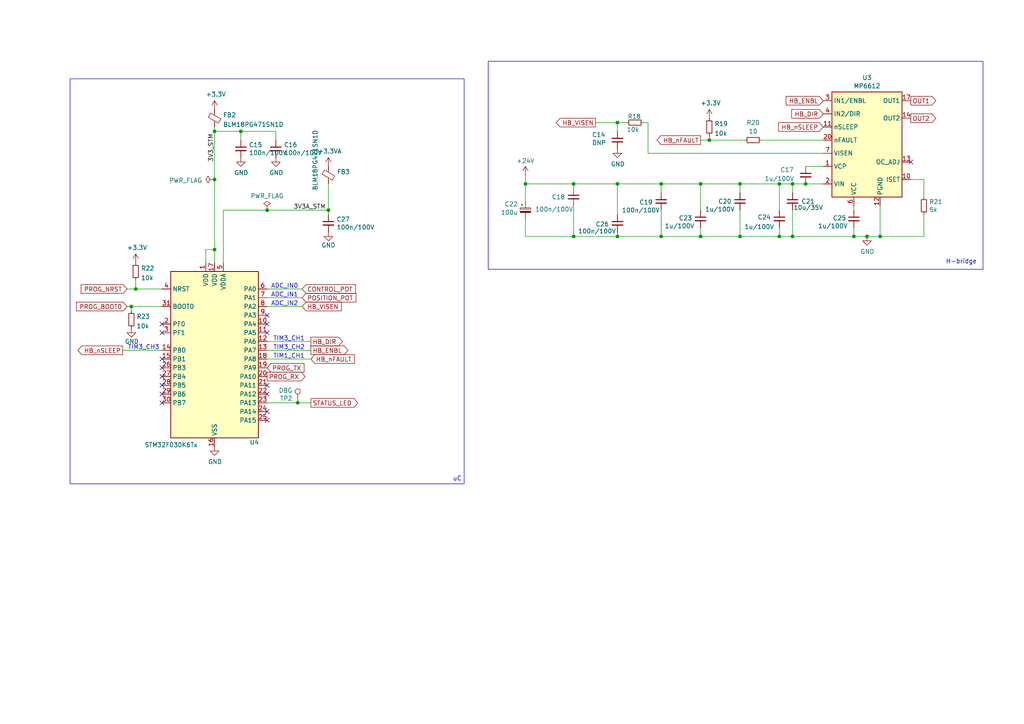
<source format=kicad_sch>
(kicad_sch (version 20250114) (generator "eeschema") (generator_version "9.0")
  (paper "A4")
  (lib_symbols
    (symbol "Connector:TestPoint" (pin_numbers (hide yes)) (pin_names (offset 0.762) (hide yes))
      (property "Reference" "TP" (at 0 6.858 0))
      (property "Value" "TestPoint" (at 0 5.08 0))
      (symbol "TestPoint_0_1"
        (circle (center 0 3.302) (radius 0.762))
      )
      (symbol "TestPoint_1_1"
        (pin passive line (at 0 0 90) (length 2.54) (name "1") (number "1"))
      )
    )
    (symbol "Device:C_Polarized_Small" (pin_numbers (hide yes)) (pin_names (offset 0.254) (hide yes))
      (property "Reference" "C" (at 0.254 1.778 0))
      (property "Value" "C_Polarized_Small" (at 0.254 -2.032 0))
      (symbol "C_Polarized_Small_0_1"
        (rectangle (start -1.524 0.6858) (end 1.524 0.3048))
        (rectangle (start -1.524 -0.3048) (end 1.524 -0.6858) (fill (type outline)))
        (polyline (pts (xy -1.27 1.524) (xy -0.762 1.524)))
        (polyline (pts (xy -1.016 1.27) (xy -1.016 1.778)))
      )
      (symbol "C_Polarized_Small_1_1"
        (pin passive line (at 0 2.54 270) (length 1.8542) (name "~") (number "1"))
        (pin passive line (at 0 -2.54 90) (length 1.8542) (name "~") (number "2"))
      )
    )
    (symbol "Device:C_Small" (pin_numbers (hide yes)) (pin_names (offset 0.254) (hide yes))
      (property "Reference" "C" (at 0.254 1.778 0))
      (property "Value" "C_Small" (at 0.254 -2.032 0))
      (symbol "C_Small_0_1"
        (polyline (pts (xy -1.524 0.508) (xy 1.524 0.508)) (stroke (width 0.3048)))
        (polyline (pts (xy -1.524 -0.508) (xy 1.524 -0.508)) (stroke (width 0.3302)))
      )
      (symbol "C_Small_1_1"
        (pin passive line (at 0 2.54 270) (length 2.032) (name "~") (number "1"))
        (pin passive line (at 0 -2.54 90) (length 2.032) (name "~") (number "2"))
      )
    )
    (symbol "Device:FerriteBead_Small" (pin_numbers (hide yes)) (pin_names (offset 0))
      (property "Reference" "FB" (at 1.905 1.27 0))
      (property "Value" "FerriteBead_Small" (at 1.905 -1.27 0))
      (symbol "FerriteBead_Small_0_1"
        (polyline (pts (xy -1.8288 0.2794) (xy -1.1176 1.4986) (xy 1.8288 -0.2032) (xy 1.1176 -1.4224) (xy -1.8288 0.2794)))
        (polyline (pts (xy 0 0.889) (xy 0 1.2954)))
        (polyline (pts (xy 0 -1.27) (xy 0 -0.7874)))
      )
      (symbol "FerriteBead_Small_1_1"
        (pin passive line (at 0 2.54 270) (length 1.27) (name "~") (number "1"))
        (pin passive line (at 0 -2.54 90) (length 1.27) (name "~") (number "2"))
      )
    )
    (symbol "Device:R_Small" (pin_numbers (hide yes)) (pin_names (offset 0.254) (hide yes))
      (property "Reference" "R" (at 0 0 90))
      (property "Value" "R_Small" (at 1.778 0 90))
      (symbol "R_Small_0_1"
        (rectangle (start -0.762 1.778) (end 0.762 -1.778) (stroke (width 0.2032)))
      )
      (symbol "R_Small_1_1"
        (pin passive line (at 0 2.54 270) (length 0.762) (name "~") (number "1"))
        (pin passive line (at 0 -2.54 90) (length 0.762) (name "~") (number "2"))
      )
    )
    (symbol "MCU_ST_STM32F0:STM32F030K6Tx"
      (property "Reference" "U" (at -12.7 26.67 0))
      (property "Value" "STM32F030K6Tx" (at 5.08 26.67 0))
      (symbol "STM32F030K6Tx_0_1"
        (rectangle (start -12.7 -22.86) (end 12.7 25.4) (stroke (width 0.254)) (fill (type background)))
      )
      (symbol "STM32F030K6Tx_1_1"
        (pin input line (at -15.24 20.32 0) (length 2.54) (name "NRST") (number "4"))
        (pin input line (at -15.24 15.24 0) (length 2.54) (name "BOOT0") (number "31"))
        (pin bidirectional line (at -15.24 10.16 0) (length 2.54) (name "PF0") (number "2"))
        (pin bidirectional line (at -15.24 7.62 0) (length 2.54) (name "PF1") (number "3"))
        (pin bidirectional line (at -15.24 2.54 0) (length 2.54) (name "PB0") (number "14"))
        (pin bidirectional line (at -15.24 0 0) (length 2.54) (name "PB1") (number "15"))
        (pin bidirectional line (at -15.24 -2.54 0) (length 2.54) (name "PB3") (number "26"))
        (pin bidirectional line (at -15.24 -5.08 0) (length 2.54) (name "PB4") (number "27"))
        (pin bidirectional line (at -15.24 -7.62 0) (length 2.54) (name "PB5") (number "28"))
        (pin bidirectional line (at -15.24 -10.16 0) (length 2.54) (name "PB6") (number "29"))
        (pin bidirectional line (at -15.24 -12.7 0) (length 2.54) (name "PB7") (number "30"))
        (pin power_in line (at -2.54 27.94 270) (length 2.54) (name "VDD") (number "1"))
        (pin power_in line (at 0 27.94 270) (length 2.54) (name "VDD") (number "17"))
        (pin power_in line (at 0 -25.4 90) (length 2.54) (name "VSS") (number "16"))
        (pin passive line (at 0 -25.4 90) (length 2.54) (hide yes) (name "VSS") (number "32"))
        (pin power_in line (at 2.54 27.94 270) (length 2.54) (name "VDDA") (number "5"))
        (pin bidirectional line (at 15.24 20.32 180) (length 2.54) (name "PA0") (number "6"))
        (pin bidirectional line (at 15.24 17.78 180) (length 2.54) (name "PA1") (number "7"))
        (pin bidirectional line (at 15.24 15.24 180) (length 2.54) (name "PA2") (number "8"))
        (pin bidirectional line (at 15.24 12.7 180) (length 2.54) (name "PA3") (number "9"))
        (pin bidirectional line (at 15.24 10.16 180) (length 2.54) (name "PA4") (number "10"))
        (pin bidirectional line (at 15.24 7.62 180) (length 2.54) (name "PA5") (number "11"))
        (pin bidirectional line (at 15.24 5.08 180) (length 2.54) (name "PA6") (number "12"))
        (pin bidirectional line (at 15.24 2.54 180) (length 2.54) (name "PA7") (number "13"))
        (pin bidirectional line (at 15.24 0 180) (length 2.54) (name "PA8") (number "18"))
        (pin bidirectional line (at 15.24 -2.54 180) (length 2.54) (name "PA9") (number "19"))
        (pin bidirectional line (at 15.24 -5.08 180) (length 2.54) (name "PA10") (number "20"))
        (pin bidirectional line (at 15.24 -7.62 180) (length 2.54) (name "PA11") (number "21"))
        (pin bidirectional line (at 15.24 -10.16 180) (length 2.54) (name "PA12") (number "22"))
        (pin bidirectional line (at 15.24 -12.7 180) (length 2.54) (name "PA13") (number "23"))
        (pin bidirectional line (at 15.24 -15.24 180) (length 2.54) (name "PA14") (number "24"))
        (pin bidirectional line (at 15.24 -17.78 180) (length 2.54) (name "PA15") (number "25"))
      )
    )
    (symbol "monolithicpower:MP6612"
      (property "Reference" "U" (at 10.16 18.542 0))
      (property "Value" "MP6612" (at 16.256 16.764 0))
      (symbol "MP6612_0_1"
        (rectangle (start -10.16 15.24) (end 10.16 -15.24) (stroke (width 0.254)) (fill (type background)))
      )
      (symbol "MP6612_1_1"
        (pin input line (at -12.7 12.7 0) (length 2.54) (name "IN1/ENBL") (number "3"))
        (pin input line (at -12.7 8.89 0) (length 2.54) (name "IN2/DIR") (number "4"))
        (pin input line (at -12.7 5.08 0) (length 2.54) (name "nSLEEP") (number "11"))
        (pin output line (at -12.7 1.27 0) (length 2.54) (name "nFAULT") (number "20"))
        (pin output line (at -12.7 -2.54 0) (length 2.54) (name "VISEN") (number "7"))
        (pin input line (at -12.7 -6.35 0) (length 2.54) (name "VCP") (number "1"))
        (pin power_in line (at -12.7 -11.43 0) (length 2.54) (name "VIN") (number "2"))
        (pin passive line (at -12.7 -11.43 0) (length 2.54) (hide yes) (name "VIN") (number "5"))
        (pin passive line (at -12.7 -11.43 0) (length 2.54) (hide yes) (name "VIN") (number "9"))
        (pin input line (at -3.81 -17.78 90) (length 2.54) (name "VCC") (number "6"))
        (pin power_in line (at 3.81 -17.78 90) (length 2.54) (name "PGND") (number "12"))
        (pin passive line (at 3.81 -17.78 90) (length 2.54) (hide yes) (name "PGND") (number "16"))
        (pin passive line (at 3.81 -17.78 90) (length 2.54) (hide yes) (name "PGND") (number "19"))
        (pin passive line (at 3.81 -17.78 90) (length 2.54) (hide yes) (name "PGND") (number "21"))
        (pin passive line (at 3.81 -17.78 90) (length 2.54) (hide yes) (name "AGND") (number "8"))
        (pin power_out line (at 12.7 12.7 180) (length 2.54) (name "OUT1") (number "17"))
        (pin power_out line (at 12.7 12.7 180) (length 2.54) (hide yes) (name "OUT1") (number "18"))
        (pin power_out line (at 12.7 7.62 180) (length 2.54) (name "OUT2") (number "14"))
        (pin power_out line (at 12.7 7.62 180) (length 2.54) (hide yes) (name "OUT2") (number "15"))
        (pin input line (at 12.7 -5.08 180) (length 2.54) (name "OC_ADJ") (number "13"))
        (pin input line (at 12.7 -10.16 180) (length 2.54) (name "ISET") (number "10"))
      )
    )
    (symbol "power:+24V" (power) (pin_numbers (hide yes)) (pin_names (offset 0) (hide yes))
      (property "Value" "+24V" (at 0 3.556 0))
      (symbol "+24V_0_1"
        (polyline (pts (xy -0.762 1.27) (xy 0 2.54)))
        (polyline (pts (xy 0 2.54) (xy 0.762 1.27)))
        (polyline (pts (xy 0 0) (xy 0 2.54)))
      )
      (symbol "+24V_1_1"
        (pin power_in line (at 0 0 90) (length 0) (name "~") (number "1"))
      )
    )
    (symbol "power:+3.3V" (power) (pin_numbers (hide yes)) (pin_names (offset 0) (hide yes))
      (property "Value" "+3.3V" (at 0 3.556 0))
      (symbol "+3.3V_0_1"
        (polyline (pts (xy -0.762 1.27) (xy 0 2.54)))
        (polyline (pts (xy 0 2.54) (xy 0.762 1.27)))
        (polyline (pts (xy 0 0) (xy 0 2.54)))
      )
      (symbol "+3.3V_1_1"
        (pin power_in line (at 0 0 90) (length 0) (name "~") (number "1"))
      )
    )
    (symbol "power:+3.3VA" (power) (pin_numbers (hide yes)) (pin_names (offset 0) (hide yes))
      (property "Value" "+3.3VA" (at 0 3.556 0))
      (symbol "+3.3VA_0_1"
        (polyline (pts (xy -0.762 1.27) (xy 0 2.54)))
        (polyline (pts (xy 0 2.54) (xy 0.762 1.27)))
        (polyline (pts (xy 0 0) (xy 0 2.54)))
      )
      (symbol "+3.3VA_1_1"
        (pin power_in line (at 0 0 90) (length 0) (name "~") (number "1"))
      )
    )
    (symbol "power:GND" (power) (pin_numbers (hide yes)) (pin_names (offset 0) (hide yes))
      (property "Value" "GND" (at 0 -3.81 0))
      (symbol "GND_0_1"
        (polyline (pts (xy 0 0) (xy 0 -1.27) (xy 1.27 -1.27) (xy 0 -2.54) (xy -1.27 -1.27) (xy 0 -1.27)))
      )
      (symbol "GND_1_1"
        (pin power_in line (at 0 0 270) (length 0) (name "~") (number "1"))
      )
    )
    (symbol "power:PWR_FLAG" (power) (pin_numbers (hide yes)) (pin_names (offset 0) (hide yes))
      (property "Value" "PWR_FLAG" (at 0 3.81 0))
      (symbol "PWR_FLAG_0_0"
        (pin power_out line (at 0 0 90) (length 0) (name "~") (number "1"))
      )
      (symbol "PWR_FLAG_0_1"
        (polyline (pts (xy 0 0) (xy 0 1.27) (xy -1.016 1.905) (xy 0 2.54) (xy 1.016 1.905) (xy 0 1.27)))
      )
    )
  )
  (rectangle (start 20.32 22.86) (end 134.62 140.335))
  (rectangle (start 141.605 17.78) (end 285.115 78.105))
  (text "H-bridge" (at 274.32 76.708 0) (effects (font (size 1.27 1.27)) (justify left bottom)))
  (text "TIM3_CH1" (at 83.82 98.298 0) (effects (font (size 1.27 1.27))))
  (text "TIM3_CH2" (at 83.82 100.838 0) (effects (font (size 1.27 1.27))))
  (text "TIM1_CH1" (at 83.82 103.378 0) (effects (font (size 1.27 1.27))))
  (text "ADC_IN1" (at 82.55 85.598 0) (effects (font (size 1.27 1.27))))
  (text "TIM3_CH3" (at 41.656 100.838 0) (effects (font (size 1.27 1.27))))
  (text "ADC_IN0" (at 82.55 83.058 0) (effects (font (size 1.27 1.27))))
  (text "ADC_IN2" (at 82.55 88.138 0) (effects (font (size 1.27 1.27))))
  (text "uC" (at 131.318 139.7 0) (effects (font (size 1.27 1.27)) (justify left bottom)))
  (junction (at 226.06 68.58))
  (junction (at 251.46 68.58))
  (junction (at 203.2 53.34))
  (junction (at 62.23 52.07))
  (junction (at 166.37 53.34))
  (junction (at 179.07 53.34))
  (junction (at 179.07 68.58))
  (junction (at 226.06 53.34))
  (junction (at 95.25 60.96))
  (junction (at 191.77 53.34))
  (junction (at 247.65 68.58))
  (junction (at 205.74 40.64))
  (junction (at 152.4 53.34))
  (junction (at 203.2 68.58))
  (junction (at 214.63 68.58))
  (junction (at 233.68 53.34))
  (junction (at 214.63 53.34))
  (junction (at 166.37 68.58))
  (junction (at 229.87 53.34))
  (junction (at 38.1 88.9))
  (junction (at 77.47 60.96))
  (junction (at 229.87 68.58))
  (junction (at 62.23 72.39))
  (junction (at 191.77 68.58))
  (junction (at 69.85 38.1))
  (junction (at 62.23 38.1))
  (junction (at 39.37 83.82))
  (junction (at 255.27 68.58))
  (junction (at 86.36 116.84))
  (junction (at 179.07 35.56))
  (no_connect (at 46.99 109.22))
  (no_connect (at 77.47 93.98))
  (no_connect (at 77.47 96.52))
  (no_connect (at 77.47 91.44))
  (no_connect (at 77.47 111.76))
  (no_connect (at 77.47 121.92))
  (no_connect (at 46.99 116.84))
  (no_connect (at 46.99 106.68))
  (no_connect (at 46.99 111.76))
  (no_connect (at 46.99 114.3))
  (no_connect (at 46.99 93.98))
  (no_connect (at 46.99 96.52))
  (no_connect (at 264.16 46.99))
  (no_connect (at 77.47 119.38))
  (no_connect (at 46.99 104.14))
  (no_connect (at 77.47 114.3))
  (wire (pts (xy 205.74 39.37) (xy 205.74 40.64)))
  (wire (pts (xy 229.87 53.34) (xy 233.68 53.34)))
  (wire (pts (xy 229.87 53.34) (xy 229.87 55.88)))
  (wire (pts (xy 220.98 40.64) (xy 238.76 40.64)))
  (wire (pts (xy 191.77 68.58) (xy 203.2 68.58)))
  (wire (pts (xy 77.47 86.36) (xy 87.63 86.36)))
  (wire (pts (xy 166.37 68.58) (xy 179.07 68.58)))
  (wire (pts (xy 214.63 60.96) (xy 214.63 68.58)))
  (wire (pts (xy 191.77 53.34) (xy 191.77 55.88)))
  (wire (pts (xy 59.69 72.39) (xy 62.23 72.39)))
  (wire (pts (xy 39.37 81.28) (xy 39.37 83.82)))
  (wire (pts (xy 152.4 50.8) (xy 152.4 53.34)))
  (wire (pts (xy 226.06 53.34) (xy 226.06 60.96)))
  (wire (pts (xy 179.07 53.34) (xy 191.77 53.34)))
  (wire (pts (xy 214.63 53.34) (xy 226.06 53.34)))
  (wire (pts (xy 226.06 68.58) (xy 229.87 68.58)))
  (wire (pts (xy 203.2 53.34) (xy 214.63 53.34)))
  (wire (pts (xy 95.25 53.34) (xy 95.25 60.96)))
  (wire (pts (xy 214.63 53.34) (xy 214.63 55.88)))
  (wire (pts (xy 247.65 68.58) (xy 251.46 68.58)))
  (wire (pts (xy 187.96 44.45) (xy 238.76 44.45)))
  (wire (pts (xy 179.07 35.56) (xy 179.07 38.1)))
  (wire (pts (xy 38.1 88.9) (xy 46.99 88.9)))
  (wire (pts (xy 77.47 116.84) (xy 86.36 116.84)))
  (wire (pts (xy 179.07 35.56) (xy 181.61 35.56)))
  (wire (pts (xy 86.36 116.84) (xy 90.17 116.84)))
  (wire (pts (xy 191.77 53.34) (xy 203.2 53.34)))
  (wire (pts (xy 255.27 68.58) (xy 255.27 59.69)))
  (wire (pts (xy 226.06 53.34) (xy 229.87 53.34)))
  (wire (pts (xy 172.72 35.56) (xy 179.07 35.56)))
  (wire (pts (xy 166.37 53.34) (xy 152.4 53.34)))
  (wire (pts (xy 62.23 72.39) (xy 62.23 76.2)))
  (wire (pts (xy 38.1 90.17) (xy 38.1 88.9)))
  (wire (pts (xy 62.23 38.1) (xy 62.23 52.07)))
  (wire (pts (xy 214.63 68.58) (xy 226.06 68.58)))
  (wire (pts (xy 77.47 99.06) (xy 90.17 99.06)))
  (wire (pts (xy 64.77 60.96) (xy 64.77 76.2)))
  (wire (pts (xy 90.17 104.14) (xy 77.47 104.14)))
  (wire (pts (xy 39.37 83.82) (xy 46.99 83.82)))
  (wire (pts (xy 35.56 101.6) (xy 46.99 101.6)))
  (wire (pts (xy 267.97 62.23) (xy 267.97 68.58)))
  (wire (pts (xy 59.69 72.39) (xy 59.69 76.2)))
  (wire (pts (xy 226.06 66.04) (xy 226.06 68.58)))
  (wire (pts (xy 187.96 35.56) (xy 187.96 44.45)))
  (wire (pts (xy 179.07 67.31) (xy 179.07 68.58)))
  (wire (pts (xy 77.47 83.82) (xy 87.63 83.82)))
  (wire (pts (xy 95.25 60.96) (xy 95.25 62.23)))
  (wire (pts (xy 203.2 40.64) (xy 205.74 40.64)))
  (wire (pts (xy 62.23 38.1) (xy 69.85 38.1)))
  (wire (pts (xy 186.69 35.56) (xy 187.96 35.56)))
  (wire (pts (xy 36.83 83.82) (xy 39.37 83.82)))
  (wire (pts (xy 205.74 40.64) (xy 215.9 40.64)))
  (wire (pts (xy 152.4 53.34) (xy 152.4 58.42)))
  (wire (pts (xy 233.68 53.34) (xy 238.76 53.34)))
  (wire (pts (xy 166.37 59.69) (xy 166.37 68.58)))
  (wire (pts (xy 179.07 53.34) (xy 179.07 62.23)))
  (wire (pts (xy 229.87 68.58) (xy 247.65 68.58)))
  (wire (pts (xy 64.77 60.96) (xy 77.47 60.96)))
  (wire (pts (xy 229.87 60.96) (xy 229.87 68.58)))
  (wire (pts (xy 247.65 66.04) (xy 247.65 68.58)))
  (wire (pts (xy 152.4 68.58) (xy 166.37 68.58)))
  (wire (pts (xy 80.01 38.1) (xy 80.01 40.64)))
  (wire (pts (xy 203.2 66.04) (xy 203.2 68.58)))
  (wire (pts (xy 264.16 52.07) (xy 267.97 52.07)))
  (wire (pts (xy 191.77 60.96) (xy 191.77 68.58)))
  (wire (pts (xy 90.17 101.6) (xy 77.47 101.6)))
  (wire (pts (xy 203.2 53.34) (xy 203.2 60.96)))
  (wire (pts (xy 251.46 68.58) (xy 255.27 68.58)))
  (wire (pts (xy 77.47 60.96) (xy 95.25 60.96)))
  (wire (pts (xy 166.37 53.34) (xy 166.37 54.61)))
  (wire (pts (xy 69.85 38.1) (xy 69.85 40.64)))
  (wire (pts (xy 233.68 48.26) (xy 238.76 48.26)))
  (wire (pts (xy 203.2 68.58) (xy 214.63 68.58)))
  (wire (pts (xy 62.23 52.07) (xy 62.23 72.39)))
  (wire (pts (xy 152.4 63.5) (xy 152.4 68.58)))
  (wire (pts (xy 179.07 68.58) (xy 191.77 68.58)))
  (wire (pts (xy 247.65 59.69) (xy 247.65 60.96)))
  (wire (pts (xy 36.83 88.9) (xy 38.1 88.9)))
  (wire (pts (xy 69.85 38.1) (xy 80.01 38.1)))
  (wire (pts (xy 166.37 53.34) (xy 179.07 53.34)))
  (wire (pts (xy 267.97 52.07) (xy 267.97 57.15)))
  (wire (pts (xy 77.47 88.9) (xy 87.63 88.9)))
  (wire (pts (xy 62.23 38.1) (xy 62.23 36.83)))
  (wire (pts (xy 267.97 68.58) (xy 255.27 68.58)))
  (label "3V3A_STM" (at 85.09 60.96 0))
  (label "3V3_STM" (at 62.23 46.99 90))
  (global_label "HB_VISEN" (shape output) (at 172.72 35.56 180) (property "Intersheetrefs" "${INTERSHEET_REFS}" (effects (hide yes))))
  (global_label "HB_ENBL" (shape output) (at 90.17 101.6 0) (property "Intersheetrefs" "${INTERSHEET_REFS}" (effects (hide yes))))
  (global_label "HB_nSLEEP" (shape output) (at 35.56 101.6 180) (property "Intersheetrefs" "${INTERSHEET_REFS}" (effects (hide yes))))
  (global_label "HB_nFAULT" (shape output) (at 203.2 40.64 180) (property "Intersheetrefs" "${INTERSHEET_REFS}" (effects (hide yes))))
  (global_label "PROG_NRST" (shape input) (at 36.83 83.82 180) (property "Intersheetrefs" "${INTERSHEET_REFS}" (effects (hide yes))))
  (global_label "HB_nFAULT" (shape input) (at 90.17 104.14 0) (property "Intersheetrefs" "${INTERSHEET_REFS}" (effects (hide yes))))
  (global_label "POSITION_POT" (shape input) (at 87.63 86.36 0) (property "Intersheetrefs" "${INTERSHEET_REFS}" (effects (hide yes))))
  (global_label "PROG_RX" (shape output) (at 77.47 109.22 0) (property "Intersheetrefs" "${INTERSHEET_REFS}" (effects (hide yes))))
  (global_label "HB_nSLEEP" (shape input) (at 238.76 36.83 180) (property "Intersheetrefs" "${INTERSHEET_REFS}" (effects (hide yes))))
  (global_label "PROG_BOOT0" (shape input) (at 36.83 88.9 180) (property "Intersheetrefs" "${INTERSHEET_REFS}" (effects (hide yes))))
  (global_label "CONTROL_POT" (shape input) (at 87.63 83.82 0) (property "Intersheetrefs" "${INTERSHEET_REFS}" (effects (hide yes))))
  (global_label "HB_ENBL" (shape input) (at 238.76 29.21 180) (property "Intersheetrefs" "${INTERSHEET_REFS}" (effects (hide yes))))
  (global_label "HB_DIR" (shape input) (at 238.76 33.02 180) (property "Intersheetrefs" "${INTERSHEET_REFS}" (effects (hide yes))))
  (global_label "OUT2" (shape output) (at 264.16 34.29 0) (property "Intersheetrefs" "${INTERSHEET_REFS}" (effects (hide yes))))
  (global_label "STATUS_LED" (shape output) (at 90.17 116.84 0) (property "Intersheetrefs" "${INTERSHEET_REFS}" (effects (hide yes))))
  (global_label "PROG_TX" (shape input) (at 77.47 106.68 0) (property "Intersheetrefs" "${INTERSHEET_REFS}" (effects (hide yes))))
  (global_label "HB_VISEN" (shape input) (at 87.63 88.9 0) (property "Intersheetrefs" "${INTERSHEET_REFS}" (effects (hide yes))))
  (global_label "OUT1" (shape output) (at 264.16 29.21 0) (property "Intersheetrefs" "${INTERSHEET_REFS}" (effects (hide yes))))
  (global_label "HB_DIR" (shape output) (at 90.17 99.06 0) (property "Intersheetrefs" "${INTERSHEET_REFS}" (effects (hide yes))))
  (symbol (lib_id "Device:C_Small") (at 191.77 58.42 0) (unit 1)
    (property "Reference" "C19" (at 185.42 58.674 0) (effects (justify left)))
    (property "Value" "100n/100V" (at 180.34 60.96 0) (effects (justify left)))
    (property "Footprint" "Capacitor_SMD:C_0603_1608Metric_Pad1.08x0.95mm_HandSolder" (effects (hide yes)))
    (property "Description" "Unpolarized capacitor, small symbol" (effects (hide yes)))
  )
  (symbol (lib_id "Device:C_Small") (at 179.07 64.77 0) (unit 1)
    (property "Reference" "C26" (at 172.72 65.024 0) (effects (justify left)))
    (property "Value" "100n/100V" (at 167.64 67.056 0) (effects (justify left)))
    (property "Footprint" "Capacitor_SMD:C_0603_1608Metric_Pad1.08x0.95mm_HandSolder" (effects (hide yes)))
    (property "Description" "Unpolarized capacitor, small symbol" (effects (hide yes)))
  )
  (symbol (lib_id "Device:R_Small") (at 218.44 40.64 90) (unit 1)
    (property "Reference" "R20" (at 218.44 35.56 90))
    (property "Value" "10" (at 218.44 38.1 90))
    (property "Footprint" "Resistor_SMD:R_0603_1608Metric_Pad0.98x0.95mm_HandSolder" (effects (hide yes)))
    (property "Description" "Resistor, small symbol" (effects (hide yes)))
  )
  (symbol (lib_id "Device:C_Small") (at 247.65 63.5 0) (unit 1)
    (property "Reference" "C25" (at 241.554 63.246 0) (effects (justify left)))
    (property "Value" "1u/100V" (at 237.236 65.532 0) (effects (justify left)))
    (property "Footprint" "Capacitor_SMD:C_0603_1608Metric_Pad1.08x0.95mm_HandSolder" (effects (hide yes)))
    (property "Description" "Unpolarized capacitor, small symbol" (effects (hide yes)))
  )
  (symbol (lib_id "power:GND") (at 62.23 129.54 0) (unit 1)
    (property "Reference" "#PWR033" (effects (hide yes)))
    (property "Value" "GND" (at 62.357 133.9342 0))
    (property "Description" "Power symbol creates a global label with name \"GND\" , ground" (effects (hide yes)))
  )
  (symbol (lib_id "power:+24V") (at 152.4 50.8 0) (unit 1)
    (property "Reference" "#PWR026" (effects (hide yes)))
    (property "Value" "+24V" (at 152.4 46.6669 0))
    (property "Description" "Power symbol creates a global label with name \"+24V\"" (effects (hide yes)))
  )
  (symbol (lib_id "Device:FerriteBead_Small") (at 95.25 50.8 0) (unit 1)
    (property "Reference" "FB3" (at 97.7138 49.8534 0) (effects (justify left)))
    (property "Value" "BLM18PG471SN1D" (at 91.44 55.245 90) (effects (justify left)))
    (property "Footprint" "Inductor_SMD:L_0603_1608Metric" (effects (hide yes)))
    (property "Description" "Ferrite bead, small symbol" (effects (hide yes)))
  )
  (symbol (lib_id "power:PWR_FLAG") (at 62.23 52.07 90) (unit 1)
    (property "Reference" "#FLG07" (effects (hide yes)))
    (property "Value" "PWR_FLAG" (at 53.848 52.324 90))
    (property "Description" "Special symbol for telling ERC where power comes from" (effects (hide yes)))
  )
  (symbol (lib_id "power:GND") (at 38.1 95.25 0) (unit 1)
    (property "Reference" "#PWR031" (effects (hide yes)))
    (property "Value" "GND" (at 36.195 99.06 0) (effects (justify left)))
    (property "Description" "Power symbol creates a global label with name \"GND\" , ground" (effects (hide yes)))
  )
  (symbol (lib_id "monolithicpower:MP6612") (at 251.46 41.91 0) (unit 1)
    (property "Reference" "U3" (at 251.46 22.5255 0))
    (property "Value" "MP6612" (at 251.46 24.9498 0))
    (property "Footprint" "Monolithic_Power_Systems:TSSOP-20-1EP_4.4x6.5mm_P0.65mm_handsolder" (effects (hide yes)))
    (property "Datasheet" "https://www.monolithicpower.com/en/documentview/productdocument/index/version/2/document_type/Datasheet/lang/en/sku/MP6612DGF/document_id/9901/" (effects (hide yes)))
  )
  (symbol (lib_id "MCU_ST_STM32F0:STM32F030K6Tx") (at 62.23 104.14 0) (unit 1)
    (property "Reference" "U4" (at 72.39 128.27 0) (effects (justify left)))
    (property "Value" "STM32F030K6Tx" (at 41.91 129.032 0) (effects (justify left)))
    (property "Footprint" "Package_QFP:LQFP-32_7x7mm_P0.8mm" (effects (hide yes)))
    (property "Datasheet" "https://www.st.com/resource/en/datasheet/stm32f030k6.pdf" (effects (hide yes)))
    (property "Description" "STMicroelectronics Arm Cortex-M0 MCU, 32KB flash, 4KB RAM, 48 MHz, 2.4-3.6V, 25 GPIO, LQFP32" (effects (hide yes)))
  )
  (symbol (lib_id "power:+3.3V") (at 205.74 34.29 0) (unit 1)
    (property "Reference" "#PWR021" (effects (hide yes)))
    (property "Value" "+3.3V" (at 206.121 29.8958 0))
    (property "Description" "Power symbol creates a global label with name \"+3.3V\"" (effects (hide yes)))
  )
  (symbol (lib_id "Device:C_Polarized_Small") (at 152.4 60.96 0) (unit 1)
    (property "Reference" "C22" (at 150.241 59.2017 0) (effects (justify right)))
    (property "Value" "100u" (at 150.241 61.626 0) (effects (justify right)))
    (property "Footprint" "Capacitor_SMD:CP_Elec_8x10" (effects (hide yes)))
    (property "Description" "Polarized capacitor, small symbol" (effects (hide yes)))
    (property "REF" "EEH-ZA1V101P" (effects (hide yes)))
  )
  (symbol (lib_id "Device:C_Small") (at 214.63 58.42 0) (unit 1)
    (property "Reference" "C20" (at 208.28 58.42 0) (effects (justify left)))
    (property "Value" "1u/100V" (at 204.47 60.706 0) (effects (justify left)))
    (property "Footprint" "Capacitor_SMD:C_0603_1608Metric_Pad1.08x0.95mm_HandSolder" (effects (hide yes)))
    (property "Description" "Unpolarized capacitor, small symbol" (effects (hide yes)))
  )
  (symbol (lib_id "power:PWR_FLAG") (at 77.47 60.96 0) (unit 1)
    (property "Reference" "#FLG08" (effects (hide yes)))
    (property "Value" "PWR_FLAG" (at 77.47 56.8269 0))
    (property "Description" "Special symbol for telling ERC where power comes from" (effects (hide yes)))
  )
  (symbol (lib_id "power:+3.3V") (at 39.37 76.2 0) (unit 1)
    (property "Reference" "#PWR030" (effects (hide yes)))
    (property "Value" "+3.3V" (at 39.751 71.8058 0))
    (property "Description" "Power symbol creates a global label with name \"+3.3V\"" (effects (hide yes)))
  )
  (symbol (lib_id "Device:C_Small") (at 95.25 64.77 0) (unit 1)
    (property "Reference" "C27" (at 97.5868 63.6016 0) (effects (justify left)))
    (property "Value" "100n/100V" (at 97.5868 65.913 0) (effects (justify left)))
    (property "Footprint" "Capacitor_SMD:C_0603_1608Metric_Pad1.08x0.95mm_HandSolder" (effects (hide yes)))
    (property "Description" "Unpolarized capacitor, small symbol" (effects (hide yes)))
  )
  (symbol (lib_id "Device:R_Small") (at 39.37 78.74 0) (unit 1)
    (property "Reference" "R22" (at 40.8686 77.8315 0) (effects (justify left)))
    (property "Value" "10k" (at 40.8686 80.6066 0) (effects (justify left)))
    (property "Footprint" "Resistor_SMD:R_0603_1608Metric_Pad0.98x0.95mm_HandSolder" (effects (hide yes)))
    (property "Description" "Resistor, small symbol" (effects (hide yes)))
  )
  (symbol (lib_id "power:GND") (at 179.07 43.18 0) (unit 1)
    (property "Reference" "#PWR023" (effects (hide yes)))
    (property "Value" "GND" (at 179.197 47.5742 0))
    (property "Description" "Power symbol creates a global label with name \"GND\" , ground" (effects (hide yes)))
  )
  (symbol (lib_id "Device:C_Small") (at 203.2 63.5 0) (unit 1)
    (property "Reference" "C23" (at 196.85 63.246 0) (effects (justify left)))
    (property "Value" "1u/100V" (at 192.786 65.532 0) (effects (justify left)))
    (property "Footprint" "Capacitor_SMD:C_0603_1608Metric_Pad1.08x0.95mm_HandSolder" (effects (hide yes)))
    (property "Description" "Unpolarized capacitor, small symbol" (effects (hide yes)))
  )
  (symbol (lib_id "power:GND") (at 69.85 45.72 0) (unit 1)
    (property "Reference" "#PWR024" (effects (hide yes)))
    (property "Value" "GND" (at 69.977 50.1142 0))
    (property "Description" "Power symbol creates a global label with name \"GND\" , ground" (effects (hide yes)))
  )
  (symbol (lib_id "power:GND") (at 95.25 67.31 0) (unit 1)
    (property "Reference" "#PWR029" (effects (hide yes)))
    (property "Value" "GND" (at 95.25 71.12 0))
    (property "Description" "Power symbol creates a global label with name \"GND\" , ground" (effects (hide yes)))
  )
  (symbol (lib_id "Device:FerriteBead_Small") (at 62.23 34.29 0) (unit 1)
    (property "Reference" "FB2" (at 64.6938 33.3434 0) (effects (justify left)))
    (property "Value" "BLM18PG471SN1D" (at 64.6938 36.1185 0) (effects (justify left)))
    (property "Footprint" "Inductor_SMD:L_0603_1608Metric" (effects (hide yes)))
    (property "Description" "Ferrite bead, small symbol" (effects (hide yes)))
  )
  (symbol (lib_id "power:+3.3V") (at 62.23 31.75 0) (unit 1)
    (property "Reference" "#PWR022" (effects (hide yes)))
    (property "Value" "+3.3V" (at 62.611 27.3558 0))
    (property "Description" "Power symbol creates a global label with name \"+3.3V\"" (effects (hide yes)))
  )
  (symbol (lib_id "Device:C_Small") (at 229.87 58.42 0) (unit 1)
    (property "Reference" "C21" (at 232.41 58.42 0) (effects (justify left)))
    (property "Value" "10u/35V" (at 230.124 60.198 0) (effects (justify left)))
    (property "Footprint" "Capacitor_SMD:C_0603_1608Metric_Pad1.08x0.95mm_HandSolder" (effects (hide yes)))
    (property "Description" "Unpolarized capacitor, small symbol" (effects (hide yes)))
  )
  (symbol (lib_id "Device:C_Small") (at 226.06 63.5 0) (unit 1)
    (property "Reference" "C24" (at 219.71 62.992 0) (effects (justify left)))
    (property "Value" "1u/100V" (at 215.9 65.786 0) (effects (justify left)))
    (property "Footprint" "Capacitor_SMD:C_0603_1608Metric_Pad1.08x0.95mm_HandSolder" (effects (hide yes)))
    (property "Description" "Unpolarized capacitor, small symbol" (effects (hide yes)))
  )
  (symbol (lib_id "Device:R_Small") (at 267.97 59.69 0) (unit 1)
    (property "Reference" "R21" (at 269.4686 58.5216 0) (effects (justify left)))
    (property "Value" "5k" (at 269.4686 60.833 0) (effects (justify left)))
    (property "Footprint" "Resistor_SMD:R_0603_1608Metric_Pad0.98x0.95mm_HandSolder" (effects (hide yes)))
    (property "Description" "Resistor, small symbol" (effects (hide yes)))
  )
  (symbol (lib_id "Device:R_Small") (at 205.74 36.83 0) (unit 1)
    (property "Reference" "R19" (at 207.2386 35.9215 0) (effects (justify left)))
    (property "Value" "10k" (at 207.2386 38.6966 0) (effects (justify left)))
    (property "Footprint" "Resistor_SMD:R_0603_1608Metric_Pad0.98x0.95mm_HandSolder" (effects (hide yes)))
    (property "Description" "Resistor, small symbol" (effects (hide yes)))
  )
  (symbol (lib_id "power:+3.3VA") (at 95.25 48.26 0) (unit 1)
    (property "Reference" "#PWR027" (effects (hide yes)))
    (property "Value" "+3.3VA" (at 95.631 43.8658 0))
    (property "Description" "Power symbol creates a global label with name \"+3.3VA\"" (effects (hide yes)))
  )
  (symbol (lib_id "Connector:TestPoint") (at 86.36 116.84 0) (unit 1)
    (property "Reference" "TP2" (at 84.836 115.57 0) (effects (justify right)))
    (property "Value" "DBG" (at 84.836 113.2586 0) (effects (justify right)))
    (property "Footprint" "TestPoint:TestPoint_Pad_D1.0mm" (effects (hide yes)))
    (property "Description" "test point" (effects (hide yes)))
  )
  (symbol (lib_id "power:GND") (at 80.01 45.72 0) (unit 1)
    (property "Reference" "#PWR025" (effects (hide yes)))
    (property "Value" "GND" (at 80.137 50.1142 0))
    (property "Description" "Power symbol creates a global label with name \"GND\" , ground" (effects (hide yes)))
  )
  (symbol (lib_id "Device:C_Small") (at 233.68 50.8 0) (unit 1)
    (property "Reference" "C17" (at 226.314 49.2506 0) (effects (justify left)))
    (property "Value" "1u/100V" (at 221.742 51.816 0) (effects (justify left)))
    (property "Footprint" "Capacitor_SMD:C_0603_1608Metric_Pad1.08x0.95mm_HandSolder" (effects (hide yes)))
    (property "Description" "Unpolarized capacitor, small symbol" (effects (hide yes)))
  )
  (symbol (lib_id "Device:C_Small") (at 80.01 43.18 0) (unit 1)
    (property "Reference" "C16" (at 82.3468 42.0116 0) (effects (justify left)))
    (property "Value" "100n/100V" (at 82.3468 44.323 0) (effects (justify left)))
    (property "Footprint" "Capacitor_SMD:C_0603_1608Metric_Pad1.08x0.95mm_HandSolder" (effects (hide yes)))
    (property "Description" "Unpolarized capacitor, small symbol" (effects (hide yes)))
  )
  (symbol (lib_id "Device:R_Small") (at 184.15 35.56 90) (unit 1)
    (property "Reference" "R18" (at 185.928 33.782 90) (effects (justify left)))
    (property "Value" "10k" (at 185.42 37.592 90) (effects (justify left)))
    (property "Footprint" "Resistor_SMD:R_0603_1608Metric_Pad0.98x0.95mm_HandSolder" (effects (hide yes)))
    (property "Description" "Resistor, small symbol" (effects (hide yes)))
  )
  (symbol (lib_id "Device:C_Small") (at 179.07 40.64 0) (unit 1)
    (property "Reference" "C14" (at 171.704 39.0906 0) (effects (justify left)))
    (property "Value" "DNP" (at 171.704 41.402 0) (effects (justify left)))
    (property "Footprint" "Capacitor_SMD:C_0603_1608Metric_Pad1.08x0.95mm_HandSolder" (effects (hide yes)))
    (property "Description" "Unpolarized capacitor, small symbol" (effects (hide yes)))
  )
  (symbol (lib_id "Device:C_Small") (at 69.85 43.18 0) (unit 1)
    (property "Reference" "C15" (at 72.1868 42.0116 0) (effects (justify left)))
    (property "Value" "100n/100V" (at 72.1868 44.323 0) (effects (justify left)))
    (property "Footprint" "Capacitor_SMD:C_0603_1608Metric_Pad1.08x0.95mm_HandSolder" (effects (hide yes)))
    (property "Description" "Unpolarized capacitor, small symbol" (effects (hide yes)))
  )
  (symbol (lib_id "Device:R_Small") (at 38.1 92.71 0) (unit 1)
    (property "Reference" "R23" (at 39.5986 91.8015 0) (effects (justify left)))
    (property "Value" "10k" (at 39.5986 94.5766 0) (effects (justify left)))
    (property "Footprint" "Resistor_SMD:R_0603_1608Metric_Pad0.98x0.95mm_HandSolder" (effects (hide yes)))
    (property "Description" "Resistor, small symbol" (effects (hide yes)))
  )
  (symbol (lib_id "power:GND") (at 251.46 68.58 0) (unit 1)
    (property "Reference" "#PWR028" (effects (hide yes)))
    (property "Value" "GND" (at 251.587 72.9742 0))
    (property "Description" "Power symbol creates a global label with name \"GND\" , ground" (effects (hide yes)))
  )
  (symbol (lib_id "Device:C_Small") (at 166.37 57.15 0) (unit 1)
    (property "Reference" "C18" (at 160.02 57.15 0) (effects (justify left)))
    (property "Value" "100n/100V" (at 155.194 60.706 0) (effects (justify left)))
    (property "Footprint" "Capacitor_SMD:C_0603_1608Metric_Pad1.08x0.95mm_HandSolder" (effects (hide yes)))
    (property "Description" "Unpolarized capacitor, small symbol" (effects (hide yes)))
  )
)
</source>
